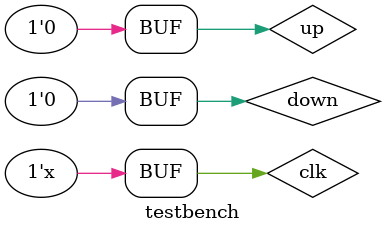
<source format=v>
`timescale 1ps/1ps

module testbench;

	reg clk = 0;
	reg up  = 0;
	reg down = 0;
	wire hsync;
	wire vsync;
	wire[3:0] red;
	wire[3:0] green;
	wire[3:0] blue;
	wire[15:0] disp1;
	wire[15:0] disp2;
	
	PongProject dut(clk, up, down, hsync, vsync, red, green, blue, disp1, disp2);
	
	always begin
		#1 clk = ~clk;
	end
	
endmodule
</source>
